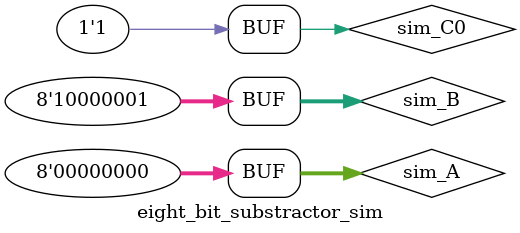
<source format=v>
`timescale 1ns / 1ps


module eight_bit_substractor_sim(

    );
    
    reg [7:0] sim_A, sim_B;
    reg sim_C0 = 1;
        
    wire [7:0] sim_S;
    wire sim_C8;
        
    eight_bit_substractor simulation(.A(sim_A), .B(sim_B), .C0(sim_C0), .S(sim_S), .C8(sim_C8));
        
    initial
    begin
        sim_A = 8'b00000000; sim_B = 8'b11111111; #100;
        sim_A = 8'b10101010; sim_B = 8'b10101010; #100;
        sim_A = 8'b01010101; sim_B = 8'b01010101; #100;
        sim_A = 8'b00111001; sim_B = 8'b00011111; #100;
        sim_A = 8'b10011011; sim_B = 8'b11111011; #100;
        sim_A = 8'b10000000; sim_B = 8'b11111111; #100;
        sim_A = 8'b01111111; sim_B = 8'b00000001; #100;
        sim_A = 8'b00110010; sim_B = 8'b11001110; #100;
        sim_A = 8'b00000000; sim_B = 8'b01111111; #100;
        sim_A = 8'b00000000; sim_B = 8'b10000001; #100;
    end
    
endmodule

</source>
